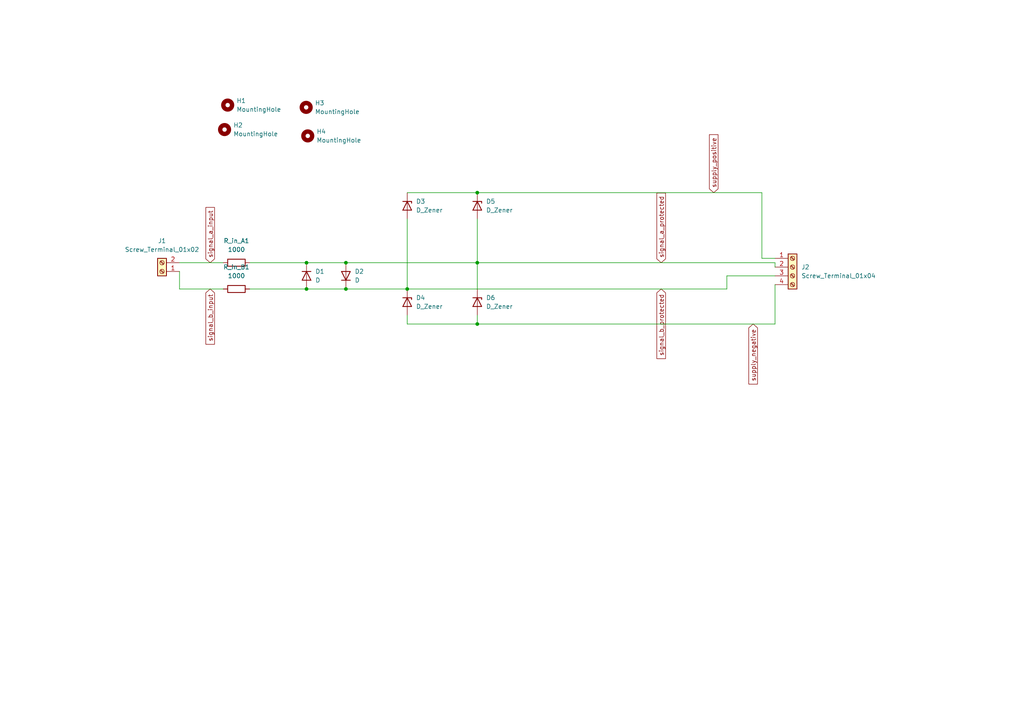
<source format=kicad_sch>
(kicad_sch (version 20230121) (generator eeschema)
  (paper "A4")
  (lib_symbols
    (symbol "Connector:Screw_Terminal_01x02" (pin_names (offset 1.016) hide)
      (property "Reference" "J" (at 0 2.54 0))
      (property "Value" "Screw_Terminal_01x02" (at 0 -5.08 0))
      (symbol "Screw_Terminal_01x02_1_1"
        (rectangle (start -1.27 1.27) (end 1.27 -3.81) (stroke (width 0.254)) (fill (type background)))
        (circle (center 0 -2.54) (radius 0.635) (stroke (width 0.1524)))
        (polyline (pts (xy -0.5334 -2.2098) (xy 0.3302 -3.048)) (stroke (width 0.1524)))
        (polyline (pts (xy -0.5334 0.3302) (xy 0.3302 -0.508)) (stroke (width 0.1524)))
        (polyline (pts (xy -0.3556 -2.032) (xy 0.508 -2.8702)) (stroke (width 0.1524)))
        (polyline (pts (xy -0.3556 0.508) (xy 0.508 -0.3302)) (stroke (width 0.1524)))
        (circle (center 0 0) (radius 0.635) (stroke (width 0.1524)))
        (pin passive line (at -5.08 0 0) (length 3.81) (name "Pin_1") (number "1"))
        (pin passive line (at -5.08 -2.54 0) (length 3.81) (name "Pin_2") (number "2"))
      )
    )
    (symbol "Connector:Screw_Terminal_01x04" (pin_names (offset 1.016) hide)
      (property "Reference" "J" (at 0 5.08 0))
      (property "Value" "Screw_Terminal_01x04" (at 0 -7.62 0))
      (symbol "Screw_Terminal_01x04_1_1"
        (rectangle (start -1.27 3.81) (end 1.27 -6.35) (stroke (width 0.254)) (fill (type background)))
        (circle (center 0 -5.08) (radius 0.635) (stroke (width 0.1524)))
        (circle (center 0 -2.54) (radius 0.635) (stroke (width 0.1524)))
        (polyline (pts (xy -0.5334 -4.7498) (xy 0.3302 -5.588)) (stroke (width 0.1524)))
        (polyline (pts (xy -0.5334 -2.2098) (xy 0.3302 -3.048)) (stroke (width 0.1524)))
        (polyline (pts (xy -0.5334 0.3302) (xy 0.3302 -0.508)) (stroke (width 0.1524)))
        (polyline (pts (xy -0.5334 2.8702) (xy 0.3302 2.032)) (stroke (width 0.1524)))
        (polyline (pts (xy -0.3556 -4.572) (xy 0.508 -5.4102)) (stroke (width 0.1524)))
        (polyline (pts (xy -0.3556 -2.032) (xy 0.508 -2.8702)) (stroke (width 0.1524)))
        (polyline (pts (xy -0.3556 0.508) (xy 0.508 -0.3302)) (stroke (width 0.1524)))
        (polyline (pts (xy -0.3556 3.048) (xy 0.508 2.2098)) (stroke (width 0.1524)))
        (circle (center 0 0) (radius 0.635) (stroke (width 0.1524)))
        (circle (center 0 2.54) (radius 0.635) (stroke (width 0.1524)))
        (pin passive line (at -5.08 2.54 0) (length 3.81) (name "Pin_1") (number "1"))
        (pin passive line (at -5.08 0 0) (length 3.81) (name "Pin_2") (number "2"))
        (pin passive line (at -5.08 -2.54 0) (length 3.81) (name "Pin_3") (number "3"))
        (pin passive line (at -5.08 -5.08 0) (length 3.81) (name "Pin_4") (number "4"))
      )
    )
    (symbol "Device:D" (pin_numbers hide) (pin_names (offset 1.016) hide)
      (property "Reference" "D" (at 0 2.54 0))
      (property "Value" "D" (at 0 -2.54 0))
      (symbol "D_0_1"
        (polyline (pts (xy -1.27 1.27) (xy -1.27 -1.27)) (stroke (width 0.254)))
        (polyline (pts (xy 1.27 0) (xy -1.27 0)))
        (polyline (pts (xy 1.27 1.27) (xy 1.27 -1.27) (xy -1.27 0) (xy 1.27 1.27)) (stroke (width 0.254)))
      )
      (symbol "D_1_1"
        (pin passive line (at -3.81 0 0) (length 2.54) (name "K") (number "1"))
        (pin passive line (at 3.81 0 180) (length 2.54) (name "A") (number "2"))
      )
    )
    (symbol "Device:D_Zener" (pin_numbers hide) (pin_names (offset 1.016) hide)
      (property "Reference" "D" (at 0 2.54 0))
      (property "Value" "D_Zener" (at 0 -2.54 0))
      (symbol "D_Zener_0_1"
        (polyline (pts (xy 1.27 0) (xy -1.27 0)))
        (polyline (pts (xy -1.27 -1.27) (xy -1.27 1.27) (xy -0.762 1.27)) (stroke (width 0.254)))
        (polyline (pts (xy 1.27 -1.27) (xy 1.27 1.27) (xy -1.27 0) (xy 1.27 -1.27)) (stroke (width 0.254)))
      )
      (symbol "D_Zener_1_1"
        (pin passive line (at -3.81 0 0) (length 2.54) (name "K") (number "1"))
        (pin passive line (at 3.81 0 180) (length 2.54) (name "A") (number "2"))
      )
    )
    (symbol "Device:R" (pin_numbers hide) (pin_names (offset 0))
      (property "Reference" "R" (at 2.032 0 90))
      (property "Value" "R" (at 0 0 90))
      (symbol "R_0_1"
        (rectangle (start -1.016 -2.54) (end 1.016 2.54) (stroke (width 0.254)))
      )
      (symbol "R_1_1"
        (pin passive line (at 0 3.81 270) (length 1.27) (name "~") (number "1"))
        (pin passive line (at 0 -3.81 90) (length 1.27) (name "~") (number "2"))
      )
    )
    (symbol "Mechanical:MountingHole" (pin_names (offset 1.016))
      (property "Reference" "H" (at 0 5.08 0))
      (property "Value" "MountingHole" (at 0 3.175 0))
      (symbol "MountingHole_0_1"
        (circle (center 0 0) (radius 1.27) (stroke (width 1.27)))
      )
    )
  )
  (junction (at 118.11 83.82))
  (junction (at 138.43 93.98))
  (junction (at 88.9 76.2))
  (junction (at 100.33 76.2))
  (junction (at 138.43 76.2))
  (junction (at 138.43 55.88))
  (junction (at 100.33 83.82))
  (junction (at 88.9 83.82))
  (wire (pts (xy 210.82 80.01) (xy 224.79 80.01)))
  (wire (pts (xy 138.43 83.82) (xy 138.43 76.2)))
  (wire (pts (xy 100.33 83.82) (xy 118.11 83.82)))
  (wire (pts (xy 224.79 93.98) (xy 224.79 82.55)))
  (wire (pts (xy 118.11 93.98) (xy 118.11 91.44)))
  (wire (pts (xy 220.98 55.88) (xy 220.98 74.93)))
  (wire (pts (xy 88.9 83.82) (xy 100.33 83.82)))
  (wire (pts (xy 138.43 76.2) (xy 138.43 63.5)))
  (wire (pts (xy 100.33 76.2) (xy 138.43 76.2)))
  (wire (pts (xy 118.11 93.98) (xy 138.43 93.98)))
  (wire (pts (xy 138.43 55.88) (xy 220.98 55.88)))
  (wire (pts (xy 138.43 93.98) (xy 224.79 93.98)))
  (wire (pts (xy 118.11 83.82) (xy 118.11 63.5)))
  (wire (pts (xy 118.11 55.88) (xy 138.43 55.88)))
  (wire (pts (xy 224.79 76.2) (xy 224.79 77.47)))
  (wire (pts (xy 210.82 80.01) (xy 210.82 83.82)))
  (wire (pts (xy 220.98 74.93) (xy 224.79 74.93)))
  (wire (pts (xy 72.39 76.2) (xy 88.9 76.2)))
  (wire (pts (xy 138.43 91.44) (xy 138.43 93.98)))
  (wire (pts (xy 118.11 83.82) (xy 210.82 83.82)))
  (wire (pts (xy 138.43 76.2) (xy 224.79 76.2)))
  (wire (pts (xy 52.07 78.74) (xy 52.07 83.82)))
  (wire (pts (xy 72.39 83.82) (xy 88.9 83.82)))
  (wire (pts (xy 52.07 83.82) (xy 64.77 83.82)))
  (wire (pts (xy 52.07 76.2) (xy 64.77 76.2)))
  (wire (pts (xy 88.9 76.2) (xy 100.33 76.2)))
  (global_label "signal_a_protected" (shape input) (at 191.77 76.2 90) (property "Intersheetrefs" "${INTERSHEET_REFS}" (effects hide)))
  (global_label "supply_positive" (shape input) (at 207.01 55.88 90) (property "Intersheetrefs" "${INTERSHEET_REFS}" (effects hide)))
  (global_label "signal_b_protected" (shape input) (at 191.77 83.82 270) (property "Intersheetrefs" "${INTERSHEET_REFS}" (effects hide)))
  (global_label "signal_b_input" (shape input) (at 60.96 83.82 270) (property "Intersheetrefs" "${INTERSHEET_REFS}" (effects hide)))
  (global_label "supply_negative" (shape input) (at 218.44 93.98 270) (property "Intersheetrefs" "${INTERSHEET_REFS}" (effects hide)))
  (global_label "signal_a_input" (shape input) (at 60.96 76.2 90) (property "Intersheetrefs" "${INTERSHEET_REFS}" (effects hide)))
  (symbol (lib_id "Device:D_Zener") (at 118.11 87.63 270) (unit 1)
    (property "Reference" "D4" (at 120.65 86.36 90) (effects (justify left)))
    (property "Value" "D_Zener" (at 120.65 88.9 90) (effects (justify left)))
    (property "Footprint" "Diode_THT:D_DO-41_SOD81_P10.16mm_Horizontal" (effects hide))
  )
  (symbol (lib_id "Mechanical:MountingHole") (at 89.2634 39.4173 0) (unit 1)
    (property "Reference" "H4" (at 91.8034 38.1473 0) (effects (justify left)))
    (property "Value" "MountingHole" (at 91.8034 40.6873 0) (effects (justify left)))
    (property "Footprint" "MountingHole:MountingHole_3.2mm_M3_DIN965" (effects hide))
  )
  (symbol (lib_id "Device:D_Zener") (at 138.43 87.63 270) (unit 1)
    (property "Reference" "D6" (at 140.97 86.36 90) (effects (justify left)))
    (property "Value" "D_Zener" (at 140.97 88.9 90) (effects (justify left)))
    (property "Footprint" "Diode_THT:D_DO-41_SOD81_P10.16mm_Horizontal" (effects hide))
  )
  (symbol (lib_id "Mechanical:MountingHole") (at 88.8038 31.1439 0) (unit 1)
    (property "Reference" "H3" (at 91.3438 29.8739 0) (effects (justify left)))
    (property "Value" "MountingHole" (at 91.3438 32.4139 0) (effects (justify left)))
    (property "Footprint" "MountingHole:MountingHole_3.2mm_M3_DIN965" (effects hide))
  )
  (symbol (lib_id "Device:D_Zener") (at 118.11 59.69 270) (unit 1)
    (property "Reference" "D3" (at 120.65 58.42 90) (effects (justify left)))
    (property "Value" "D_Zener" (at 120.65 60.96 90) (effects (justify left)))
    (property "Footprint" "Diode_THT:D_DO-41_SOD81_P10.16mm_Horizontal" (effects hide))
  )
  (symbol (lib_id "Connector:Screw_Terminal_01x02") (at 46.99 78.74 180) (unit 1)
    (property "Reference" "J1" (at 46.99 69.85 0))
    (property "Value" "Screw_Terminal_01x02" (at 46.99 72.39 0))
    (property "Footprint" "TerminalBlock_MetzConnect:TerminalBlock_MetzConnect_Type101_RT01602HBWC_1x02_P5.08mm_Horizontal" (effects hide))
  )
  (symbol (lib_id "Device:R") (at 68.58 76.2 90) (unit 1)
    (property "Reference" "R_in_A1" (at 68.58 69.85 90))
    (property "Value" "1000" (at 68.58 72.39 90))
    (property "Footprint" "Resistor_THT:R_Axial_DIN0207_L6.3mm_D2.5mm_P10.16mm_Horizontal" (effects hide))
  )
  (symbol (lib_id "Device:D") (at 100.33 80.01 90) (unit 1)
    (property "Reference" "D2" (at 102.87 78.74 90) (effects (justify right)))
    (property "Value" "D" (at 102.87 81.28 90) (effects (justify right)))
    (property "Footprint" "Diode_THT:D_DO-41_SOD81_P10.16mm_Horizontal" (effects hide))
    (property "Sim.Device" "D" (effects hide))
    (property "Sim.Pins" "1=K 2=A" (effects hide))
  )
  (symbol (lib_id "Connector:Screw_Terminal_01x04") (at 229.87 77.47 0) (unit 1)
    (property "Reference" "J2" (at 232.41 77.47 0) (effects (justify left)))
    (property "Value" "Screw_Terminal_01x04" (at 232.41 80.01 0) (effects (justify left)))
    (property "Footprint" "TerminalBlock_MetzConnect:TerminalBlock_MetzConnect_Type101_RT01604HBWC_1x04_P5.08mm_Horizontal" (effects hide))
  )
  (symbol (lib_id "Device:R") (at 68.58 83.82 90) (unit 1)
    (property "Reference" "R_in_B1" (at 68.58 77.47 90))
    (property "Value" "1000" (at 68.58 80.01 90))
    (property "Footprint" "Resistor_THT:R_Axial_DIN0207_L6.3mm_D2.5mm_P10.16mm_Horizontal" (effects hide))
  )
  (symbol (lib_id "Mechanical:MountingHole") (at 65.1327 37.5788 0) (unit 1)
    (property "Reference" "H2" (at 67.6727 36.3088 0) (effects (justify left)))
    (property "Value" "MountingHole" (at 67.6727 38.8488 0) (effects (justify left)))
    (property "Footprint" "MountingHole:MountingHole_3.2mm_M3_DIN965" (effects hide))
  )
  (symbol (lib_id "Mechanical:MountingHole") (at 66.04 30.48 0) (unit 1)
    (property "Reference" "H1" (at 68.58 29.21 0) (effects (justify left)))
    (property "Value" "MountingHole" (at 68.58 31.75 0) (effects (justify left)))
    (property "Footprint" "MountingHole:MountingHole_3.2mm_M3_DIN965" (effects hide))
  )
  (symbol (lib_id "Device:D") (at 88.9 80.01 270) (unit 1)
    (property "Reference" "D1" (at 91.44 78.74 90) (effects (justify left)))
    (property "Value" "D" (at 91.44 81.28 90) (effects (justify left)))
    (property "Footprint" "Diode_THT:D_DO-41_SOD81_P10.16mm_Horizontal" (effects hide))
    (property "Sim.Device" "D" (effects hide))
    (property "Sim.Pins" "1=K 2=A" (effects hide))
  )
  (symbol (lib_id "Device:D_Zener") (at 138.43 59.69 270) (unit 1)
    (property "Reference" "D5" (at 140.97 58.42 90) (effects (justify left)))
    (property "Value" "D_Zener" (at 140.97 60.96 90) (effects (justify left)))
    (property "Footprint" "Diode_THT:D_DO-41_SOD81_P10.16mm_Horizontal" (effects hide))
  )
)
</source>
